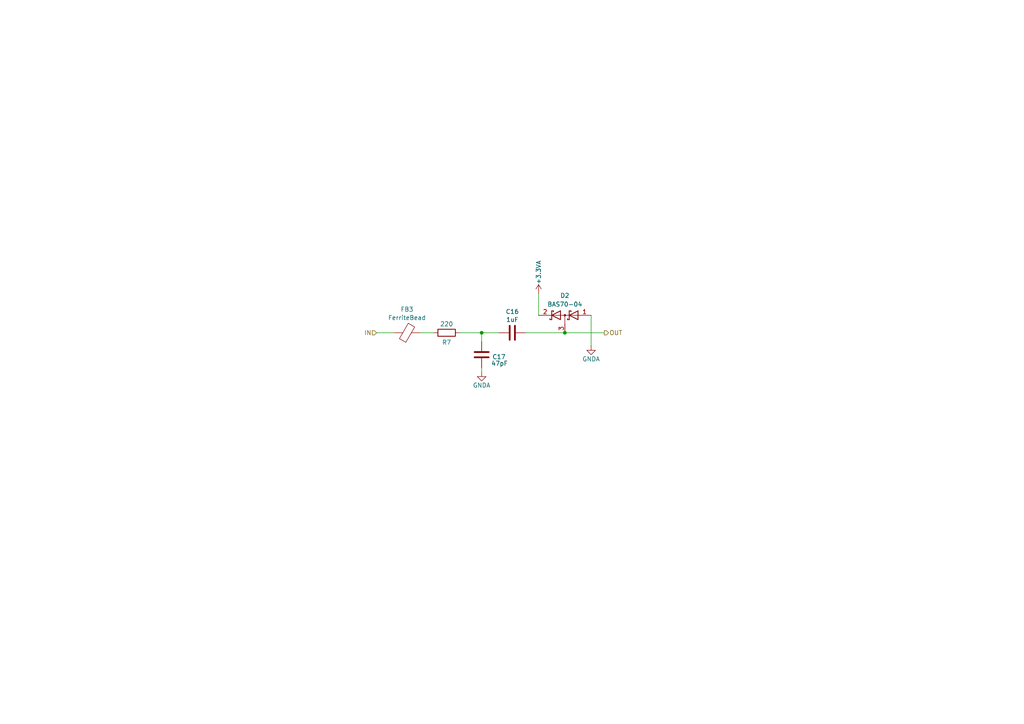
<source format=kicad_sch>
(kicad_sch (version 20250114) (generator "eeschema") (generator_version "9.0")
  (paper "A4")
  (title_block (title "PB2 Bela Mini Proto") (date "2024-11") (rev "rev 1.0"))
  (lib_symbols
    (symbol "Device:C" (pin_numbers (hide yes)) (pin_names (offset 0.254))
      (property "Reference" "C" (at 0.635 2.54 0))
      (property "Value" "C" (at 0.635 -2.54 0))
      (symbol "C_0_1"
        (polyline (pts (xy -2.032 0.762) (xy 2.032 0.762)) (stroke (width 0.508)))
        (polyline (pts (xy -2.032 -0.762) (xy 2.032 -0.762)) (stroke (width 0.508)))
      )
      (symbol "C_1_1"
        (pin passive line (at 0 3.81 270) (length 2.794) (name "~") (number "1"))
        (pin passive line (at 0 -3.81 90) (length 2.794) (name "~") (number "2"))
      )
    )
    (symbol "Device:D_Schottky_Dual_Series_AKC" (pin_names (offset 0.762) (hide yes))
      (property "Reference" "D" (at 1.27 -2.54 0))
      (property "Value" "D_Schottky_Dual_Series_AKC" (at 0 2.54 0))
      (symbol "D_Schottky_Dual_Series_AKC_0_1"
        (polyline (pts (xy -3.81 1.27) (xy -1.27 0) (xy -3.81 -1.27) (xy -3.81 1.27) (xy -3.81 1.27) (xy -3.81 1.27)) (stroke (width 0.254)))
        (polyline (pts (xy -3.81 0) (xy 3.81 0)))
        (polyline (pts (xy -1.778 1.016) (xy -1.778 1.27) (xy -1.27 1.27) (xy -1.27 1.27) (xy -1.27 1.27)) (stroke (width 0.254)))
        (polyline (pts (xy -1.27 -1.27) (xy -1.27 1.27) (xy -1.27 1.27)) (stroke (width 0.254)))
        (polyline (pts (xy -1.27 -1.27) (xy -0.762 -1.27) (xy -0.762 -1.016) (xy -0.762 -1.016)) (stroke (width 0.254)))
        (polyline (pts (xy 0 0) (xy 0 -2.54)))
        (circle (center 0 0) (radius 0.254) (fill (type outline)))
        (polyline (pts (xy 1.27 1.27) (xy 3.81 0) (xy 1.27 -1.27) (xy 1.27 1.27) (xy 1.27 1.27) (xy 1.27 1.27)) (stroke (width 0.254)))
        (polyline (pts (xy 3.81 1.27) (xy 3.81 -1.27) (xy 3.81 -1.27)) (stroke (width 0.254)))
        (polyline (pts (xy 3.81 1.27) (xy 3.302 1.27) (xy 3.302 1.016) (xy 3.302 1.016)) (stroke (width 0.254)))
        (polyline (pts (xy 3.81 -1.27) (xy 4.318 -1.27) (xy 4.318 -1.016) (xy 4.318 -1.016)) (stroke (width 0.254)))
        (polyline (pts (xy 6.35 0) (xy 7.62 0)))
        (pin passive line (at -7.62 0 0) (length 3.81) (name "A") (number "1"))
        (pin passive line (at 0 -5.08 90) (length 2.54) (name "common") (number "3"))
        (pin passive line (at 7.62 0 180) (length 3.81) (name "K") (number "2"))
      )
    )
    (symbol "Device:FerriteBead" (pin_numbers (hide yes)) (pin_names (offset 0))
      (property "Reference" "FB" (at -3.81 0.635 90))
      (property "Value" "FerriteBead" (at 3.81 0 90))
      (symbol "FerriteBead_0_1"
        (polyline (pts (xy -2.7686 0.4064) (xy -1.7018 2.2606) (xy 2.7686 -0.3048) (xy 1.6764 -2.159) (xy -2.7686 0.4064)))
        (polyline (pts (xy 0 1.27) (xy 0 1.2954)))
        (polyline (pts (xy 0 -1.27) (xy 0 -1.2192)))
      )
      (symbol "FerriteBead_1_1"
        (pin passive line (at 0 3.81 270) (length 2.54) (name "~") (number "1"))
        (pin passive line (at 0 -3.81 90) (length 2.54) (name "~") (number "2"))
      )
    )
    (symbol "Device:R" (pin_numbers (hide yes)) (pin_names (offset 0))
      (property "Reference" "R" (at 2.032 0 90))
      (property "Value" "R" (at 0 0 90))
      (symbol "R_0_1"
        (rectangle (start -1.016 -2.54) (end 1.016 2.54) (stroke (width 0.254)))
      )
      (symbol "R_1_1"
        (pin passive line (at 0 3.81 270) (length 1.27) (name "~") (number "1"))
        (pin passive line (at 0 -3.81 90) (length 1.27) (name "~") (number "2"))
      )
    )
    (symbol "power:+3.3VA" (power) (pin_names (offset 0))
      (property "Value" "+3.3VA" (at 0 3.556 0))
      (symbol "+3.3VA_0_1"
        (polyline (pts (xy -0.762 1.27) (xy 0 2.54)))
        (polyline (pts (xy 0 2.54) (xy 0.762 1.27)))
        (polyline (pts (xy 0 0) (xy 0 2.54)))
      )
      (symbol "+3.3VA_1_1"
        (pin power_in line (at 0 0 90) (length 0) (hide yes) (name "+3.3VA") (number "1"))
      )
    )
    (symbol "power:GNDA" (power) (pin_numbers (hide yes)) (pin_names (offset 0) (hide yes))
      (property "Value" "GNDA" (at 0 -3.81 0))
      (symbol "GNDA_0_1"
        (polyline (pts (xy 0 0) (xy 0 -1.27) (xy 1.27 -1.27) (xy 0 -2.54) (xy -1.27 -1.27) (xy 0 -1.27)))
      )
      (symbol "GNDA_1_1"
        (pin power_in line (at 0 0 270) (length 0) (name "~") (number "1"))
      )
    )
  )
  (junction (at 139.7 96.52))
  (junction (at 163.83 96.52))
  (wire (pts (xy 171.45 91.44) (xy 171.45 100.33)))
  (wire (pts (xy 175.26 96.52) (xy 163.83 96.52)))
  (wire (pts (xy 139.7 96.52) (xy 144.78 96.52)))
  (wire (pts (xy 139.7 96.52) (xy 133.35 96.52)))
  (wire (pts (xy 139.7 106.68) (xy 139.7 107.95)))
  (wire (pts (xy 139.7 96.52) (xy 139.7 99.06)))
  (wire (pts (xy 109.22 96.52) (xy 114.3 96.52)))
  (wire (pts (xy 121.92 96.52) (xy 125.73 96.52)))
  (wire (pts (xy 156.21 85.09) (xy 156.21 91.44)))
  (wire (pts (xy 163.83 96.52) (xy 152.4 96.52)))
  (hierarchical_label "OUT" (shape output) (at 175.26 96.52 0))
  (hierarchical_label "IN" (shape input) (at 109.22 96.52 180))
  (symbol (lib_id "power:GNDA") (at 139.7 107.95 0) (unit 1)
    (property "Reference" "#PWR076" (effects (hide yes)))
    (property "Value" "GNDA" (at 139.7 111.76 0))
    (property "Description" "Power symbol creates a global label with name \"GNDA\" , analog ground" (effects (hide yes)))
    (instances (project "bela_mini_pb2" (path "" (reference "#PWR076") (unit 1)) (path "" (reference "#PWR077") (unit 1))))
  )
  (symbol (lib_id "Device:C") (at 139.7 102.87 0) (mirror x) (unit 1)
    (property "Reference" "C17" (at 146.685 103.505 0) (effects (justify right)))
    (property "Value" "47pF" (at 147.32 105.41 0) (effects (justify right)))
    (property "Footprint" "Capacitor_SMD:C_0402_1005Metric" (effects (hide yes)))
    (instances (project "bela_mini_pb2" (path "" (reference "C17") (unit 1)) (path "" (reference "C19") (unit 1))))
  )
  (symbol (lib_id "Device:D_Schottky_Dual_Series_AKC") (at 163.83 91.44 0) (mirror y) (unit 1)
    (property "Reference" "D2" (at 163.83 85.725 0))
    (property "Value" "BAS70-04" (at 163.83 88.265 0))
    (property "Footprint" "Package_TO_SOT_SMD:SOT-323_SC-70" (effects (hide yes)))
    (instances (project "bela_mini_pb2" (path "" (reference "D2") (unit 1)) (path "" (reference "D3") (unit 1))))
  )
  (symbol (lib_id "Device:C") (at 148.59 96.52 270) (mirror x) (unit 1)
    (property "Reference" "C16" (at 148.59 90.3945 90))
    (property "Value" "1uF" (at 148.59 92.71 90))
    (property "Footprint" "Capacitor_SMD:C_0402_1005Metric" (effects (hide yes)))
    (instances (project "bela_mini_pb2" (path "" (reference "C16") (unit 1)) (path "" (reference "C18") (unit 1))))
  )
  (symbol (lib_id "power:+3.3VA") (at 156.21 85.09 0) (unit 1)
    (property "Reference" "#PWR034" (effects (hide yes)))
    (property "Value" "+3.3VA" (at 156.21 78.994 90))
    (instances (project "bela_mini_pb2" (path "" (reference "#PWR034") (unit 1)) (path "" (reference "#PWR068") (unit 1))))
  )
  (symbol (lib_id "Device:R") (at 129.54 96.52 270) (mirror x) (unit 1)
    (property "Reference" "R7" (at 129.54 99.314 90))
    (property "Value" "220" (at 129.54 93.98 90))
    (property "Footprint" "Resistor_SMD:R_0402_1005Metric" (effects (hide yes)))
    (instances (project "bela_mini_pb2" (path "" (reference "R7") (unit 1)) (path "" (reference "R8") (unit 1))))
  )
  (symbol (lib_id "Device:FerriteBead") (at 118.11 96.52 90) (unit 1)
    (property "Reference" "FB3" (at 118.0592 89.7339 90))
    (property "Value" "FerriteBead" (at 118.0592 92.1582 90))
    (property "Footprint" "Inductor_SMD:L_0402_1005Metric" (effects (hide yes)))
    (property "Description" "Ferrite bead" (effects (hide yes)))
    (instances (project "" (path "" (reference "FB3") (unit 1)) (path "" (reference "FB4") (unit 1))))
  )
  (symbol (lib_id "power:GNDA") (at 171.45 100.33 0) (unit 1)
    (property "Reference" "#PWR081" (effects (hide yes)))
    (property "Value" "GNDA" (at 171.45 104.14 0))
    (property "Description" "Power symbol creates a global label with name \"GNDA\" , analog ground" (effects (hide yes)))
    (instances (project "bela_mini_pb2" (path "" (reference "#PWR081") (unit 1)) (path "" (reference "#PWR082") (unit 1))))
  )
)
</source>
